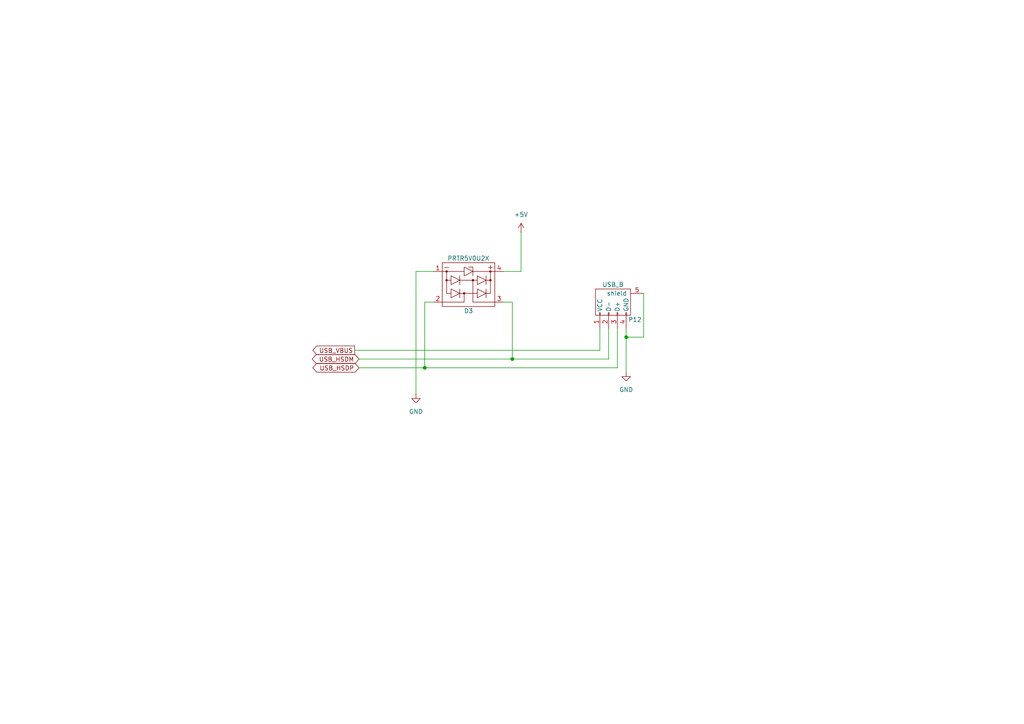
<source format=kicad_sch>
(kicad_sch (version 20231120) (generator "eeschema") (generator_version "8.0")
  (paper "A4")
  (lib_symbols
    (symbol "ATSAME70:+5V" (power) (pin_numbers hide) (pin_names (offset 0) hide)
      (property "Value" "+5V" (at 0 3.556 0))
      (symbol "+5V_0_1"
        (polyline (pts (xy -0.762 1.27) (xy 0 2.54)))
        (polyline (pts (xy 0 0) (xy 0 2.54)))
        (polyline (pts (xy 0 2.54) (xy 0.762 1.27)))
      )
      (symbol "+5V_1_1"
        (pin power_in line (at 0 0 90) (length 0) (name "~") (number "1"))
      )
    )
    (symbol "ATSAME70:GND" (power) (pin_numbers hide) (pin_names (offset 0) hide)
      (property "Value" "GND" (at 0 -3.81 0))
      (symbol "GND_0_1"
        (polyline (pts (xy 0 0) (xy 0 -1.27) (xy 1.27 -1.27) (xy 0 -2.54) (xy -1.27 -1.27) (xy 0 -1.27)))
      )
      (symbol "GND_1_1"
        (pin power_in line (at 0 0 270) (length 0) (name "~") (number "1"))
      )
    )
    (symbol "ATSAME70:PRTR5V0U2X" (pin_names (offset 1.27))
      (property "Reference" "D" (at 0 -7.62 0))
      (property "Value" "PRTR5V0U2X" (at 0 7.62 0))
      (symbol "PRTR5V0U2X_0_0"
        (text "+" (at 6.35 5.08 0) (effects (font (size 1.524 1.524))))
        (text "-" (at -6.35 5.08 0) (effects (font (size 1.524 1.524))))
      )
      (symbol "PRTR5V0U2X_0_1"
        (rectangle (start -7.62 6.35) (end 7.62 -6.35))
        (circle (center -6.35 1.27) (radius 0.254) (fill (type outline)))
        (circle (center -6.35 3.81) (radius 0.254) (fill (type outline)))
        (circle (center -1.27 -2.54) (radius 0.254) (fill (type outline)))
        (polyline (pts (xy -6.35 1.27) (xy -6.35 3.81)))
        (polyline (pts (xy -6.35 1.27) (xy -5.08 1.27)))
        (polyline (pts (xy -2.54 -2.54) (xy 2.54 -2.54)))
        (polyline (pts (xy -2.54 -1.27) (xy -2.54 -3.81)))
        (polyline (pts (xy -2.54 1.27) (xy 2.54 1.27)))
        (polyline (pts (xy -2.54 2.54) (xy -2.54 0)))
        (polyline (pts (xy -1.27 3.81) (xy -7.62 3.81)))
        (polyline (pts (xy 1.27 3.81) (xy 7.62 3.81)) (fill (type outline)))
        (polyline (pts (xy 5.08 -1.27) (xy 5.08 -3.81)))
        (polyline (pts (xy 5.08 1.27) (xy 6.35 1.27)))
        (polyline (pts (xy 5.08 2.54) (xy 5.08 0)))
        (polyline (pts (xy 6.35 1.27) (xy 6.35 3.81)))
        (polyline (pts (xy -7.62 -5.08) (xy -1.27 -5.08) (xy -1.27 -2.54)))
        (polyline (pts (xy -6.35 1.27) (xy -6.35 -2.54) (xy -5.08 -2.54)))
        (polyline (pts (xy 1.27 1.27) (xy 1.27 -5.08) (xy 7.62 -5.08)))
        (polyline (pts (xy 1.27 2.54) (xy 1.27 5.08) (xy 0 5.08)))
        (polyline (pts (xy 6.35 1.27) (xy 6.35 -2.54) (xy 5.08 -2.54)))
        (polyline (pts (xy -5.08 -1.27) (xy -5.08 -3.81) (xy -2.54 -2.54) (xy -5.08 -1.27)))
        (polyline (pts (xy -5.08 2.54) (xy -5.08 0) (xy -2.54 1.27) (xy -5.08 2.54)))
        (polyline (pts (xy 1.27 3.81) (xy -1.27 5.08) (xy -1.27 2.54) (xy 1.27 3.81)))
        (polyline (pts (xy 2.54 -1.27) (xy 5.08 -2.54) (xy 2.54 -3.81) (xy 2.54 -1.27)))
        (polyline (pts (xy 2.54 2.54) (xy 5.08 1.27) (xy 2.54 0) (xy 2.54 2.54)))
        (circle (center 1.27 1.27) (radius 0.254) (fill (type outline)))
        (circle (center 6.35 1.27) (radius 0.254) (fill (type outline)))
        (circle (center 6.35 3.81) (radius 0.254) (fill (type outline)))
      )
      (symbol "PRTR5V0U2X_1_1"
        (pin input line (at -10.16 3.81 0) (length 2.54) (name "~") (number "1"))
        (pin input line (at -10.16 -5.08 0) (length 2.54) (name "~") (number "2"))
        (pin input line (at 10.16 -5.08 180) (length 2.54) (name "~") (number "3"))
        (pin input line (at 10.16 3.81 180) (length 2.54) (name "~") (number "4"))
      )
    )
    (symbol "ATSAME70:USB_B" (pin_names (offset 1.016))
      (property "Reference" "P" (at 5.08 -5.08 0))
      (property "Value" "USB_B" (at -1.27 5.08 0))
      (symbol "USB_B_0_1"
        (rectangle (start -6.35 -3.81) (end 3.81 3.81))
        (rectangle (start -5.207 -3.81) (end -4.953 -3.048))
        (rectangle (start -2.667 -3.81) (end -2.413 -3.048))
        (rectangle (start -0.127 -3.81) (end 0.127 -3.048))
        (rectangle (start 2.413 -3.81) (end 2.667 -3.048))
      )
      (symbol "USB_B_1_1"
        (pin power_out line (at -5.08 -7.62 90) (length 3.81) (name "VCC") (number "1"))
        (pin passive line (at -2.54 -7.62 90) (length 3.81) (name "D-") (number "2"))
        (pin passive line (at 0 -7.62 90) (length 3.81) (name "D+") (number "3"))
        (pin power_in line (at 2.54 -7.62 90) (length 3.81) (name "GND") (number "4"))
        (pin passive line (at 7.62 2.54 180) (length 3.81) (name "shield") (number "5"))
      )
    )
  )
  (junction (at 123.19 106.68))
  (junction (at 148.59 104.14))
  (junction (at 181.61 97.79))
  (wire (pts (xy 146.05 87.63) (xy 148.59 87.63)))
  (wire (pts (xy 123.19 87.63) (xy 123.19 106.68)))
  (wire (pts (xy 146.05 78.74) (xy 151.13 78.74)))
  (wire (pts (xy 102.87 101.6) (xy 173.99 101.6)))
  (wire (pts (xy 104.14 104.14) (xy 148.59 104.14)))
  (wire (pts (xy 176.53 104.14) (xy 176.53 95.25)))
  (wire (pts (xy 179.07 106.68) (xy 179.07 95.25)))
  (wire (pts (xy 104.14 106.68) (xy 123.19 106.68)))
  (wire (pts (xy 186.69 97.79) (xy 181.61 97.79)))
  (wire (pts (xy 125.73 87.63) (xy 123.19 87.63)))
  (wire (pts (xy 120.65 78.74) (xy 120.65 114.3)))
  (wire (pts (xy 123.19 106.68) (xy 179.07 106.68)))
  (wire (pts (xy 151.13 78.74) (xy 151.13 67.31)))
  (wire (pts (xy 181.61 95.25) (xy 181.61 97.79)))
  (wire (pts (xy 148.59 104.14) (xy 176.53 104.14)))
  (wire (pts (xy 125.73 78.74) (xy 120.65 78.74)))
  (wire (pts (xy 181.61 97.79) (xy 181.61 107.95)))
  (wire (pts (xy 186.69 85.09) (xy 186.69 97.79)))
  (wire (pts (xy 173.99 101.6) (xy 173.99 95.25)))
  (wire (pts (xy 148.59 87.63) (xy 148.59 104.14)))
  (global_label "USB_VBUS" (shape output) (at 102.87 101.6 180) (property "Intersheetrefs" "${INTERSHEET_REFS}" (effects (hide yes))))
  (global_label "USB_HSDM" (shape bidirectional) (at 104.14 104.14 180) (property "Intersheetrefs" "${INTERSHEET_REFS}" (effects (hide yes))))
  (global_label "USB_HSDP" (shape bidirectional) (at 104.14 106.68 180) (property "Intersheetrefs" "${INTERSHEET_REFS}" (effects (hide yes))))
  (symbol (lib_id "ATSAME70:USB_B") (at 179.07 87.63 0) (unit 1)
    (property "Reference" "P12" (at 184.15 92.71 0))
    (property "Value" "USB_B" (at 177.8 82.55 0))
    (property "Footprint" "mylib:Conn_USBBW_Reichelt" (effects (hide yes)))
  )
  (symbol (lib_id "ATSAME70:+5V") (at 151.13 67.31 0) (unit 1)
    (property "Reference" "#PWR86" (effects (hide yes)))
    (property "Value" "+5V" (at 151.13 62.23 0))
    (property "Description" "Power symbol creates a global label with name \"+5V\"" (effects (hide yes)))
  )
  (symbol (lib_id "ATSAME70:GND") (at 120.65 114.3 0) (unit 1)
    (property "Reference" "#PWR49" (effects (hide yes)))
    (property "Value" "GND" (at 120.65 119.38 0))
    (property "Description" "Power symbol creates a global label with name \"GND\" , ground" (effects (hide yes)))
  )
  (symbol (lib_id "ATSAME70:GND") (at 181.61 107.95 0) (unit 1)
    (property "Reference" "#PWR87" (effects (hide yes)))
    (property "Value" "GND" (at 181.61 113.03 0))
    (property "Description" "Power symbol creates a global label with name \"GND\" , ground" (effects (hide yes)))
  )
  (symbol (lib_id "ATSAME70:PRTR5V0U2X") (at 135.89 82.55 0) (unit 1)
    (property "Reference" "D3" (at 135.89 90.17 0))
    (property "Value" "PRTR5V0U2X" (at 135.89 74.93 0))
    (property "Footprint" "ATSAME70:SOT-143" (effects (hide yes)))
    (property "Description" "5A 25V 125W 6V Unidirectional 5V SOT-143 ESD and Surge Protection (TVS/ESD) ROHS" (effects (hide yes)))
    (property "LCSC" "C2904824" (effects (hide yes)))
  )
)
</source>
